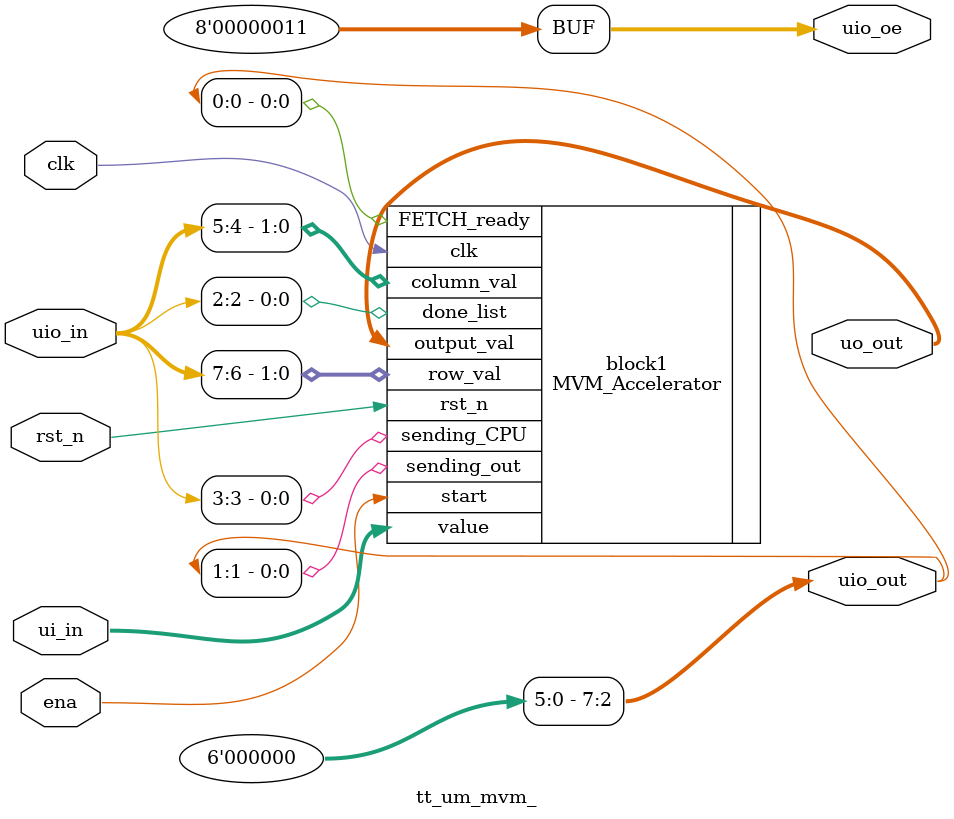
<source format=v>
`default_nettype none

module tt_um_mvm_ #( parameter MAX_COUNT = 24'd10_000_000 ) (
    input  wire [7:0] ui_in,    // Dedicated inputs - matrix values
    output wire [7:0] uo_out,   // Dedicated outputs - output vector values
    input  wire [7:0] uio_in,   // IOs: Bidirectional Input path -> input, b3 sending_CPU, b4 done_list, b45 col, b67 row 
    output wire [7:0] uio_out,  // IOs: Bidirectional Output path -> b0 FETCH_ready, b1 sending_out
    output wire [7:0] uio_oe,   // IOs: Bidirectional Enable path (active high: 0=input, 1=output), 0b0000 0101
    input  wire       ena,      // will go high when the design is enabled
    input  wire       clk,      // clock
    input  wire       rst_n     // reset_n - low to reset
);

    // Declare next_state as wire
    //wire [7:0] next_state;

    // use bidirectionals as outputs
    assign uio_oe = 8'b00000011;
    assign uio_out [7:2] = 6'd0;
    // put bottom 8 bits of second counter out on the bidirectional gpio
    // assign uio_out = second_counter[7:0];
    
    // Instantiate lif neuron with next_state connected
    MVM_Accelerator block1( .start(ena),
                            .clk(clk),
                            .rst_n(rst_n),
                            .row_val(uio_in[7:6]),
                            .column_val(uio_in[5:4]),
                            .value(ui_in[7:0]),
                            .sending_CPU(uio_in[3]),
                            .done_list(uio_in[2]),
                            .output_val(uo_out),
                            .sending_out(uio_out[1]),
                            .FETCH_ready(uio_out[0])) ;
    
    // Output next_state to uo_out
    //assign uo_out = next_state;

endmodule

</source>
